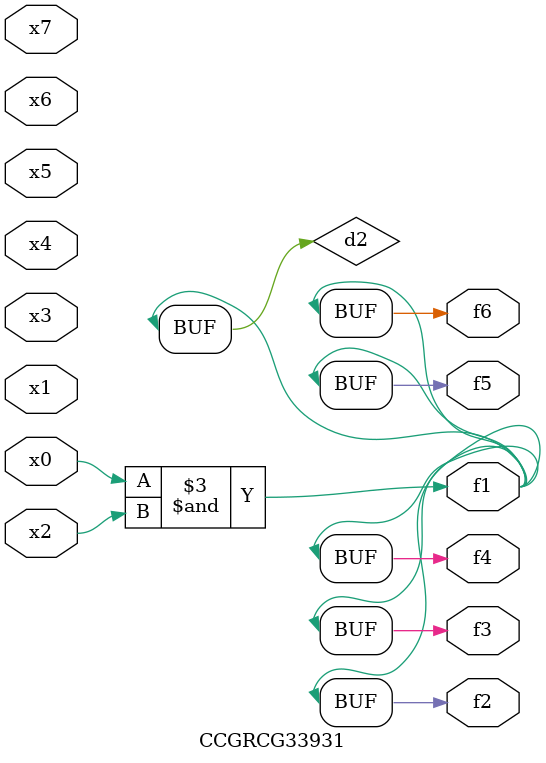
<source format=v>
module CCGRCG33931(
	input x0, x1, x2, x3, x4, x5, x6, x7,
	output f1, f2, f3, f4, f5, f6
);

	wire d1, d2;

	nor (d1, x3, x6);
	and (d2, x0, x2);
	assign f1 = d2;
	assign f2 = d2;
	assign f3 = d2;
	assign f4 = d2;
	assign f5 = d2;
	assign f6 = d2;
endmodule

</source>
